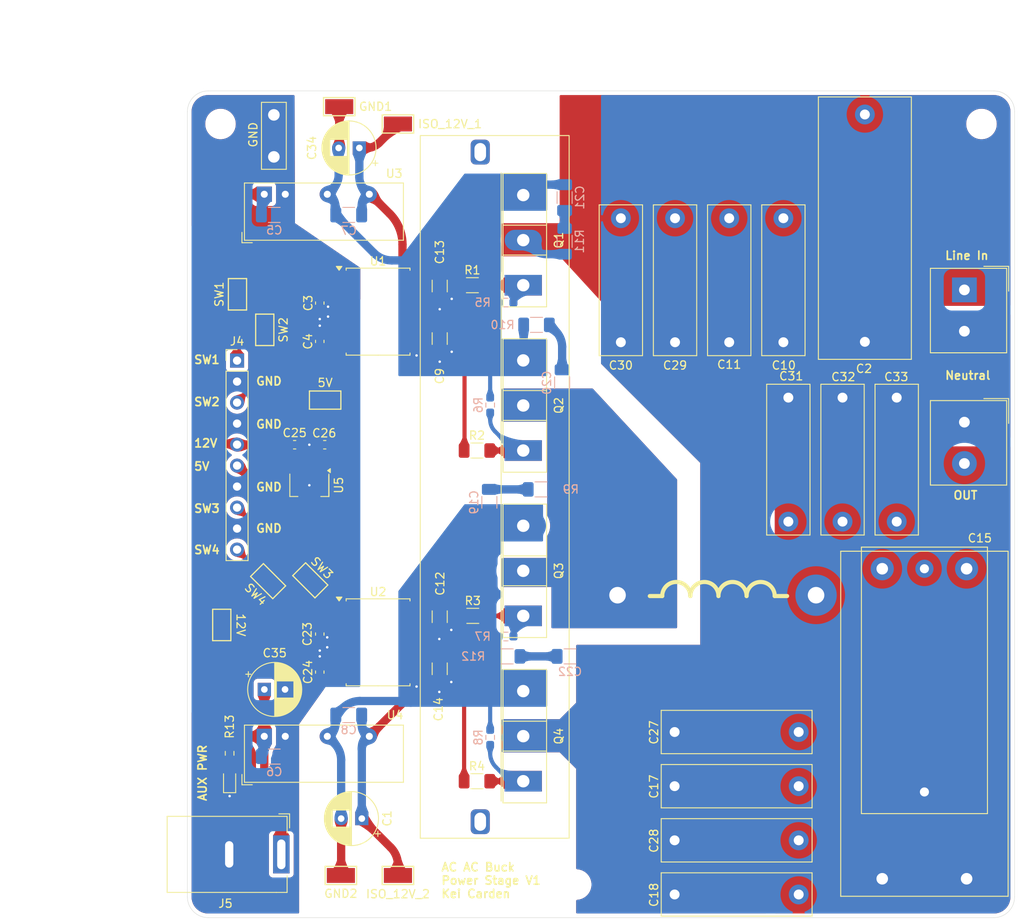
<source format=kicad_pcb>
(kicad_pcb (version 20240108) (generator "pcbnew") (generator_version "8.0")
  (layers (0 "F.Cu" signal) (31 "B.Cu" signal) (34 "B.Paste" user) (35 "F.Paste" user) (36 "B.SilkS" user "B.Silkscreen") (37 "F.SilkS" user "F.Silkscreen") (38 "B.Mask" user) (39 "F.Mask" user) (44 "Edge.Cuts" user))
  (net 0 "")
  (net 1 "GND")
  (net 2 "+12V")
  (net 3 "+5V")
  (net 4 "GND1")
  (net 5 "GND2")
  (net 6 "/Line")
  (net 7 "Net-(Q1-G)")
  (net 8 "Net-(Q2-G)")
  (net 9 "/SW-Node")
  (net 10 "Net-(Q3-G)")
  (net 11 "Net-(Q4-G)")
  (net 12 "/Neutral")
  (net 13 "/SW1")
  (net 14 "/SW2")
  (net 15 "/SW3")
  (net 16 "/SW4")
  (net 17 "/PWMB_2")
  (net 21 "/PWMA_2")
  (net 23 "/PWMA_1")
  (net 25 "/PWMB_1")
  (net 27 "Net-(C19-Pad1)")
  (net 28 "Net-(C20-Pad1)")
  (net 29 "Net-(C21-Pad1)")
  (net 30 "Net-(C22-Pad1)")
  (net 31 "/out")
  (net 32 "ISO_12V_1")
  (net 33 "ISO_12V_2")
  (net 34 "Net-(D1-A)")
  (footprint "Package_TO_SOT_SMD:SOT-89-3_Handsoldering" (layer "F.Cu") (at 120.8875 90.7 -90)
    (property "Reference" "U5")
    (property "Value" "L78L05_SOT89")
  )
  (footprint "Capacitor_SMD:C_1206_3216Metric_Pad1.33x1.80mm_HandSolder" (layer "F.Cu") (at 136.65 112.9 -90)
    (property "Reference" "C14")
    (property "Value" "1u")
  )
  (footprint "Capacitor_SMD:C_0603_1608Metric_Pad1.08x0.95mm_HandSolder" (layer "F.Cu") (at 122.15 108.7 -90)
    (property "Reference" "C23")
    (property "Value" "1u")
  )
  (footprint "Capacitor_THT:C_Rect_L18.0mm_W5.0mm_P15.00mm_FKS3_FKP3" (layer "F.Cu") (at 180.05 120.55 180)
    (property "Reference" "C27")
    (property "Value" "100n ")
  )
  (footprint "Resistor_SMD:R_1206_3216Metric_Pad1.30x1.75mm_HandSolder" (layer "F.Cu") (at 141.15 126.5)
    (property "Reference" "R4")
    (property "Value" "10R")
  )
  (footprint "TestPoint:TestPoint_Keystone_5015_Micro-Minature" (layer "F.Cu") (at 115.9 102.3 135)
    (property "Reference" "TP9" (hide yes))
    (property "Value" "SW4")
  )
  (footprint "Capacitor_THT:C_Rect_L18.0mm_W5.0mm_P15.00mm_FKS3_FKP3" (layer "F.Cu") (at 185.35 95.1 90)
    (property "Reference" "C32")
    (property "Value" "100n ")
  )
  (footprint "Capacitor_THT:C_Rect_L32.0mm_W15.0mm_P27.00mm" (layer "F.Cu") (at 195.25 100.8 -90)
    (property "Reference" "C16" (hide yes))
    (property "Value" "1u ~250V ")
  )
  (footprint "TestPoint:TestPoint_Keystone_5015_Micro-Minature" (layer "F.Cu") (at 122.8 80.4)
    (property "Reference" "TP6" (hide yes))
    (property "Value" "5V")
  )
  (footprint "Connector_PinHeader_2.54mm:PinHeader_1x10_P2.54mm_Vertical" (layer "F.Cu") (at 112.15 75.62)
    (property "Reference" "J4")
    (property "Value" "Control_Board_Conn")
  )
  (footprint "TestPoint:TestPoint_Keystone_5015_Micro-Minature" (layer "F.Cu") (at 131.6 137.9)
    (property "Reference" "TP5" (hide yes))
    (property "Value" "ISO_12V_2")
  )
  (footprint "MountingHole:MountingHole_3.2mm_M3_DIN965" (layer "F.Cu") (at 110.15 47)
    (property "Reference" "H1" (hide yes))
    (property "Value" "MountingHole")
  )
  (footprint "Capacitor_THT:CP_Radial_D6.3mm_P2.50mm" (layer "F.Cu") (at 127.23238 131.02119 180)
    (property "Reference" "C1")
    (property "Value" "100u")
  )
  (footprint "TestPoint:TestPoint_2Pads_Pitch5.08mm_Drill1.3mm" (layer "F.Cu") (at 116.6 50.98 90)
    (property "Reference" "TP11" (hide yes))
    (property "Value" "GND")
  )
  (footprint "Capacitor_THT:C_Rect_L18.0mm_W5.0mm_P15.00mm_FKS3_FKP3" (layer "F.Cu") (at 171.65 58.4 -90)
    (property "Reference" "C11")
    (property "Value" "100n ")
  )
  (footprint "LED_SMD:LED_0603_1608Metric" (layer "F.Cu") (at 111.25 126.4 90)
    (property "Reference" "D1" (hide yes))
    (property "Value" "AUX PWR" (hide yes))
  )
  (footprint "TestPoint:TestPoint_Keystone_5015_Micro-Minature" (layer "F.Cu") (at 124.7 137.9)
    (property "Reference" "TP3" (hide yes))
    (property "Value" "GND2")
  )
  (footprint "Capacitor_SMD:C_0603_1608Metric_Pad1.08x0.95mm_HandSolder" (layer "F.Cu") (at 122.75 85.8 180)
    (property "Reference" "C26")
    (property "Value" "2u2")
  )
  (footprint "Connector_BarrelJack:BarrelJack_GCT_DCJ200-10-A_Horizontal" (layer "F.Cu") (at 117.5 135.35 -90)
    (property "Reference" "J5")
    (property "Value" "Jack-DC")
  )
  (footprint "Power-stage:IHL-Series" (layer "F.Cu") (at 122.15 57.95 90)
    (property "Reference" "U3")
    (property "Value" "IHL0212S15")
  )
  (footprint "TestPoint:TestPoint_Keystone_5015_Micro-Minature" (layer "F.Cu") (at 131.6 47)
    (property "Reference" "TP4" (hide yes))
    (property "Value" "ISO_12V_1")
  )
  (footprint "TestPoint:TestPoint_Keystone_5015_Micro-Minature" (layer "F.Cu") (at 121 102.2 135)
    (property "Reference" "TP10" (hide yes))
    (property "Value" "SW3")
  )
  (footprint "Capacitor_SMD:C_1206_3216Metric_Pad1.33x1.80mm_HandSolder" (layer "F.Cu") (at 136.65 72.955 -90)
    (property "Reference" "C9")
    (property "Value" "1u")
  )
  (footprint "Package_SO:SOIC-16W_7.5x10.3mm_P1.27mm" (layer "F.Cu") (at 129.2 109.7)
    (property "Reference" "U2")
    (property "Value" "UCC21520ADW")
  )
  (footprint "TestPoint:TestPoint_Keystone_5015_Micro-Minature" (layer "F.Cu") (at 124.5 44.9 180)
    (property "Reference" "TP2" (hide yes))
    (property "Value" "GND1")
  )
  (footprint "Capacitor_SMD:C_0603_1608Metric_Pad1.08x0.95mm_HandSolder" (layer "F.Cu") (at 119.1125 85.8)
    (property "Reference" "C25")
    (property "Value" "2u2")
  )
  (footprint "Capacitor_THT:C_Rect_L18.0mm_W5.0mm_P15.00mm_FKS3_FKP3" (layer "F.Cu") (at 180.05 127.1 180)
    (property "Reference" "C17")
    (property "Value" "100n ")
  )
  (footprint "Capacitor_THT:C_Rect_L18.0mm_W5.0mm_P15.00mm_FKS3_FKP3" (layer "F.Cu") (at 180.05 140.2 180)
    (property "Reference" "C18")
    (property "Value" "100n ")
  )
  (footprint "Capacitor_SMD:C_1206_3216Metric_Pad1.33x1.80mm_HandSolder" (layer "F.Cu") (at 136.65 106.6 -90)
    (property "Reference" "C12")
    (property "Value" "1u")
  )
  (footprint "MountingHole:MountingHole_3.2mm_M3_DIN965" (layer "F.Cu") (at 202.15 47)
    (property "Reference" "H2" (hide yes))
    (property "Value" "MountingHole")
  )
  (footprint "Package_TO_SOT_THT:TO-247-3_Vertical" (layer "F.Cu") (at 146.75 86.5 90)
    (property "Reference" "Q2")
    (property "Value" "Q_NMOS_GDS")
  )
  (footprint "Capacitor_THT:C_Rect_L18.0mm_W5.0mm_P15.00mm_FKS3_FKP3" (layer "F.Cu") (at 165.1 58.4 -90)
    (property "Reference" "C29")
    (property "Value" "100n ")
  )
  (footprint "Package_TO_SOT_THT:TO-247-3_Vertical" (layer "F.Cu") (at 146.75 106.5 90)
    (property "Reference" "Q3")
    (property "Value" "Q_NMOS_GDS")
  )
  (footprint "Capacitor_THT:C_Rect_L18.0mm_W5.0mm_P15.00mm_FKS3_FKP3" (layer "F.Cu") (at 180.05 133.65 180)
    (property "Reference" "C28")
    (property "Value" "100n ")
  )
  (footprint "Capacitor_SMD:C_0603_1608Metric_Pad1.08x0.95mm_HandSolder" (layer "F.Cu") (at 122.15 73.3 90)
    (property "Reference" "C4")
    (property "Value" "1u")
  )
  (footprint "Package_TO_SOT_THT:TO-247-3_Vertical" (layer "F.Cu") (at 146.75 126.5 90)
    (property "Reference" "Q4")
    (property "Value" "Q_NMOS_GDS")
  )
  (footprint "TestPoint:TestPoint_Keystone_5015_Micro-Minature" (layer "F.Cu") (at 110.3 107.6 90)
    (property "Reference" "TP1" (hide yes))
    (property "Value" "12V")
  )
  (footprint "Capacitor_THT:C_Rect_L18.0mm_W5.0mm_P15.00mm_FKS3_FKP3" (layer "F.Cu") (at 191.9 95.1 90)
    (property "Reference" "C33")
    (property "Value" "100n ")
  )
  (footprint "Capacitor_SMD:C_0603_1608Metric_Pad1.08x0.95mm_HandSolder" (layer "F.Cu") (at 122.15 113.3 90)
    (property "Reference" "C24")
    (property "Value" "1u")
  )
  (footprint "Capacitor_THT:C_Rect_L41.5mm_W20.0mm_P37.50mm_MKS4" (layer "F.Cu") (at 195.25 100.8 -90)
    (property "Reference" "C15")
    (property "Value" "1u ~250V ")
  )
  (footprint "Capacitor_THT:C_Rect_L18.0mm_W5.0mm_P15.00mm_FKS3_FKP3" (layer "F.Cu") (at 178.8 95.1 90)
    (property "Reference" "C31")
    (property "Value" "100n ")
  )
  (footprint "TestPoint:TestPoint_Keystone_5015_Micro-Minature" (layer "F.Cu") (at 115.5 71.9 90)
    (property "Reference" "TP8" (hide yes))
    (property "Value" "SW2")
  )
  (footprint "Omite-heatsink:Omite-heatsink" (layer "F.Cu") (at 143.8 90.9 90)
    (property "Reference" "HS1" (hide yes))
    (property "Value" "Heatsink")
  )
  (footprint "MountingHole:MountingHole_3.2mm_M3_DIN965" (layer "F.Cu") (at 153.15 139)
    (property "Reference" "H3" (hide yes))
    (property "Value" "MountingHole")
  )
  (footprint "Power-stage:IHL-Series" (layer "F.Cu") (at 122.15 123.52119 90)
    (property "Reference" "U4")
    (property "Value" "IHL0212S15")
  )
  (footprint "Capacitor_THT:C_Rect_L18.0mm_W5.0mm_P15.00mm_FKS3_FKP3" (layer "F.Cu") (at 158.55 58.4 -90)
    (property "Reference" "C30")
    (property "Value" "100n ")
  )
  (footprint "Resistor_SMD:R_1206_3216Metric_Pad1.30x1.75mm_HandSolder" (layer "F.Cu") (at 141.15 86.5)
    (property "Reference" "R2")
    (property "Value" "10R")
  )
  (footprint "Resistor_SMD:R_1206_3216Metric_Pad1.30x1.75mm_HandSolder" (layer "F.Cu") (at 140.6 66.5)
    (property "Reference" "R1")
    (property "Value" "10R")
  )
  (footprint "TestPoint:TestPoint_Keystone_5015_Micro-Minature" (layer "F.Cu") (at 112.2 67.6 90)
    (property "Reference" "TP7" (hide yes))
    (property "Value" "SW1")
  )
  (footprint "Capacitor_THT:C_Rect_L18.0mm_W5.0mm_P15.00mm_FKS3_FKP3" (layer "F.Cu") (at 178.2 58.4 -90)
    (property "Reference" "C10")
    (property "Value" "100n ")
  )
  (footprint "Capacitor_THT:CP_Radial_D6.3mm_P2.50mm" (layer "F.Cu") (at 115.45 115.4)
    (property "Reference" "C35")
    (property "Value" "100u")
  )
  (footprint "TerminalBlock_Altech:Altech_AK100_1x02_P5.00mm" (layer "F.Cu") (at 200.0825 83.0675 -90)
    (property "Reference" "J6" (hide yes))
    (property "Value" "Out")
  )
  (footprint "Capacitor_SMD:C_0603_1608Metric_Pad1.08x0.95mm_HandSolder" (layer "F.Cu") (at 122.15 68.6625 -90)
    (property "Reference" "C3")
    (property "Value" "1u")
  )
  (footprint "Capacitor_THT:CP_Radial_D6.3mm_P2.50mm" (layer "F.Cu") (at 126.93238 49.9 180)
    (property "Reference" "C34")
    (property "Value" "100u")
  )
  (footprint "Package_TO_SOT_THT:TO-247-3_Vertical" (layer "F.Cu") (at 146.75 66.5 90)
    (property "Reference" "Q1")
    (property "Value" "Q_NMOS_GDS")
  )
  (footprint "Resistor_SMD:R_1206_3216Metric_Pad1.30x1.75mm_HandSolder" (layer "F.Cu") (at 140.65 106.5)
    (property "Reference" "R3")
    (property "Value" "10R")
  )
  (footprint "Capacitor_THT:C_Rect_L31.5mm_W11.0mm_P27.50mm_MKS4" (layer "F.Cu") (at 188.05 45.85 -90)
    (property "Reference" "C2")
    (property "Value" "1u ~250V ")
  )
  (footprint "Capacitor_SMD:C_1206_3216Metric_Pad1.33x1.80mm_HandSolder" (layer "F.Cu") (at 136.65 66.6 -90)
    (property "Reference" "C13")
    (property "Value" "1u")
  )
  (footprint "TerminalBlock_Altech:Altech_AK100_1x02_P5.00mm" (layer "F.Cu") (at 200.0825 67.0675 -90)
    (property "Reference" "J3" (hide yes))
    (property "Value" "In")
  )
  (footprint "Package_SO:SOIC-16W_7.5x10.3mm_P1.27mm" (layer "F.Cu") (at 129.2 69.7)
    (property "Reference" "U1")
    (property "Value" "UCC21520ADW")
  )
  (footprint "Resistor_SMD:R_0603_1608Metric" (layer "F.Cu") (at 111.25 123.125 -90)
    (property "Reference" "R13")
    (property "Value" "2k2")
  )
  (footprint "Capacitor_SMD:C_1206_3216Metric_Pad1.33x1.80mm_HandSolder" (layer "B.Cu") (at 151.75 55.9 90)
    (property "Reference" "C21")
    (property "Value" "C")
  )
  (footprint "Capacitor_SMD:C_1206_3216Metric_Pad1.33x1.80mm_HandSolder" (layer "B.Cu") (at 125.65 58 180)
    (property "Reference" "C7")
    (property "Value" "1u")
  )
  (footprint "Capacitor_SMD:C_1206_3216Metric_Pad1.33x1.80mm_HandSolder" (layer "B.Cu") (at 125.65 118.5 180)
    (property "Reference" "C8")
    (property "Value" "1u")
  )
  (footprint "Resistor_SMD:R_1206_3216Metric_Pad1.30x1.75mm_HandSolder" (layer "B.Cu") (at 148.35 71.3)
    (property "Reference" "R10")
    (property "Value" "R")
  )
  (footprint "Resistor_SMD:R_0603_1608Metric_Pad0.98x0.95mm_HandSolder" (layer "B.Cu") (at 142.75 81 -90)
    (property "Reference" "R6")
    (property "Value" "10k")
  )
  (footprint "Capacitor_SMD:C_1206_3216Metric_Pad1.33x1.80mm_HandSolder" (layer "B.Cu") (at 152.4 111.4)
    (property "Reference" "C22")
    (property "Value" "C")
  )
  (footprint "Capacitor_SMD:C_1206_3216Metric_Pad1.33x1.80mm_HandSolder" (layer "B.Cu") (at 116.65 58)
    (property "Reference" "C5")
    (property "Value" "1u")
  )
  (footprint "Capacitor_SMD:C_1206_3216Metric_Pad1.33x1.80mm_HandSolder" (layer "B.Cu") (at 116.65 123.52119)
    (property "Reference" "C6")
    (property "Value" "1u")
  )
  (footprint "Resistor_SMD:R_1206_3216Metric_Pad1.30x1.75mm_HandSolder" (layer "B.Cu") (at 151.75 61.2 90)
    (property "Reference" "R11")
    (property "Value" "R")
  )
  (footprint "Resistor_SMD:R_1206_3216Metric_Pad1.30x1.75mm_HandSolder" (layer "B.Cu") (at 148.9 91.2 180)
    (property "Reference" "R9")
    (property "Value" "R")
  )
  (footprint "Resistor_SMD:R_0603_1608Metric_Pad0.98x0.95mm_HandSolder" (layer "B.Cu") (at 144.65 68.6 180)
    (property "Reference" "R5")
    (property "Value" "10k")
  )
  (footprint "Capacitor_SMD:C_1206_3216Metric_Pad1.33x1.80mm_HandSolder" (layer "B.Cu") (at 151.45 78.3 -90)
    (property "Reference" "C20")
    (property "Value" "C")
  )
  (footprint "Resistor_SMD:R_0603_1608Metric_Pad0.98x0.95mm_HandSolder" (layer "B.Cu") (at 144.65 109 180)
    (property "Reference" "R7")
    (property "Value" "10k")
  )
  (footprint "Capacitor_SMD:C_1206_3216Metric_Pad1.33x1.80mm_HandSolder" (layer "B.Cu") (at 142.65 92.7625 -90)
    (property "Reference" "C19")
    (property "Value" "C")
  )
  (footprint "Resistor_SMD:R_0603_1608Metric_Pad0.98x0.95mm_HandSolder" (layer "B.Cu") (at 142.75 121.2 -90)
    (property "Reference" "R8")
    (property "Value" "10k")
  )
  (footprint "Resistor_SMD:R_1206_3216Metric_Pad1.30x1.75mm_HandSolder" (layer "B.Cu") (at 144.8 111.4)
    (property "Reference" "R12")
    (property "Value" "R")
  )
  (gr_line (start 162.05 104.1) (end 163.55 104.1) (stroke (width 0.5)) (layer "F.SilkS"))
  (gr_arc (start 166.95 104.1) (mid 168.65 102.4) (end 170.35 104.1) (stroke (width 0.5)) (layer "F.SilkS"))
  (gr_arc (start 163.55 104.1) (mid 165.25 102.4) (end 166.95 104.1) (stroke (width 0.5)) (layer "F.SilkS"))
  (gr_arc (start 173.75 104.1) (mid 175.45 102.4) (end 177.15 104.1) (stroke (width 0.5)) (layer "F.SilkS"))
  (gr_arc (start 170.35 104.1) (mid 172.05 102.4) (end 173.75 104.1) (stroke (width 0.5)) (layer "F.SilkS"))
  (gr_line (start 177.15 104.1) (end 178.65 104.1) (stroke (width 0.5)) (layer "F.SilkS"))
  (gr_arc (start 203.65 43) (mid 205.417767 43.732233) (end 206.15 45.5) (stroke (width 0.05)) (layer "Edge.Cuts"))
  (gr_line (start 106.15 140.5) (end 106.15 45.5) (stroke (width 0.05)) (layer "Edge.Cuts"))
  (gr_line (start 206.15 45.5) (end 206.15 140.5) (stroke (width 0.05)) (layer "Edge.Cuts"))
  (gr_arc (start 106.15 45.5) (mid 106.882233 43.732233) (end 108.65 43) (stroke (width 0.05)) (layer "Edge.Cuts"))
  (gr_line (start 108.65 43) (end 203.65 43) (stroke (width 0.05)) (layer "Edge.Cuts"))
  (gr_line (start 203.65 143) (end 108.65 143) (stroke (width 0.05)) (layer "Edge.Cuts"))
  (gr_arc (start 206.15 140.5) (mid 205.417767 142.267767) (end 203.65 143) (stroke (width 0.05)) (layer "Edge.Cuts"))
  (gr_arc (start 108.65 143) (mid 106.882233 142.267767) (end 106.15 140.5) (stroke (width 0.05)) (layer "Edge.Cuts"))
  (gr_text "Neutral" (at 197.65 78 0) (layer "F.SilkS") (effects (font (size 1 1) (thickness 0.2) (bold yes)) (justify left bottom)))
  (gr_text "GND" (at 114.35 78.7 0) (layer "F.SilkS") (effects (font (size 1 1) (thickness 0.2) (bold yes)) (justify left bottom)))
  (gr_text "AC AC Buck\nPower Stage V1\nKei Carden" (at 136.75 140.7 0) (layer "F.SilkS") (effects (font (size 1 1) (thickness 0.2) (bold yes)) (justify left bottom)))
  (gr_text "SW3" (at 106.85 94.1 0) (layer "F.SilkS") (effects (font (size 1 1) (thickness 0.2) (bold yes)) (justify left bottom)))
  (gr_text "GND" (at 114.35 91.5 0) (layer "F.SilkS") (effects (font (size 1 1) (thickness 0.2) (bold yes)) (justify left bottom)))
  (gr_text "AUX PWR" (at 108.55 129 90) (layer "F.SilkS") (effects (font (size 1 1) (thickness 0.2) (bold yes)) (justify left bottom)))
  (gr_text "5V\n" (at 106.85 89 0) (layer "F.SilkS") (effects (font (size 1 1) (thickness 0.2) (bold yes)) (justify left bottom)))
  (gr_text "SW4" (at 106.85 99.1 0) (layer "F.SilkS") (effects (font (size 1 1) (thickness 0.2) (bold yes)) (justify left bottom)))
  (gr_text "OUT" (at 198.65 92.5 0) (layer "F.SilkS") (effects (font (size 1 1) (thickness 0.2) (bold yes)) (justify left bottom)))
  (gr_text "SW2" (at 106.85 81.2 0) (layer "F.SilkS") (effects (font (size 1 1) (thickness 0.2) (bold yes)) (justify left bottom)))
  (gr_text "GND" (at 114.35 83.9 0) (layer "F.SilkS") (effects (font (size 1 1) (thickness 0.2) (bold yes)) (justify left bottom)))
  (gr_text "SW1" (at 106.85 76.1 0) (layer "F.SilkS") (effects (font (size 1 1) (thickness 0.2) (bold yes)) (justify left bottom)))
  (gr_text "12V" (at 106.85 86.2 0) (layer "F.SilkS") (effects (font (size 1 1) (thickness 0.2) (bold yes)) (justify left bottom)))
  (gr_text "Line In" (at 197.65 63.5 0) (layer "F.SilkS") (effects (font (size 1 1) (thickness 0.2) (bold yes)) (justify left bottom)))
  (gr_text "GND" (at 114.35 96.5 0) (layer "F.SilkS") (effects (font (size 1 1) (thickness 0.2) (bold yes)) (justify left bottom)))
  (segment (start 120.8875 85.8) (end 120.8875 88.3375) (width 0.9) (layer "F.Cu") (net 1))
  (segment (start 124.515 110.3) (end 124.55 110.335) (width 0.5) (layer "F.Cu") (net 1))
  (segment (start 120.8875 85.8) (end 121.8875 85.8) (width 0.9) (layer "F.Cu") (net 1))
  (segment (start 117.95 121.019976) (end 117.95 115.4) (width 1) (layer "F.Cu") (net 1))
  (segment (start 124.515 69.1) (end 124.55 69.065) (width 0.5) (layer "F.Cu") (net 1))
  (segment (start 124.515 70.3) (end 124.55 70.335) (width 0.5) (layer "F.Cu") (net 1))
  (segment (start 120.8875 85.8) (end 119.975 85.8) (width 0.9) (layer "F.Cu") (net 1))
  (segment (start 117.965 121.05619) (end 117.98 121.07119) (width 1) (layer "F.Cu") (net 1))
  (segment (start 124.515 109.1) (end 124.55 109.065) (width 0.5) (layer "F.Cu") (net 1))
  (via (at 122.15 111.4) (size 0.6) (drill 0.3) (layers "F.Cu" "B.Cu") (net 1))
  (via (at 122.15 70.6) (size 0.6) (drill 0.3) (layers "F.Cu" "B.Cu") (net 1))
  (via (at 120.8875 90.7) (size 0.6) (drill 0.3) (layers "F.Cu" "B.Cu") (net 1))
  (via (at 122.15 71.4) (size 0.6) (drill 0.3) (layers "F.Cu" "B.Cu") (net 1))
  (via (at 111.25 128.3) (size 0.6) (drill 0.3) (layers "F.Cu" "B.Cu") (net 1))
  (via (at 123.15 70.3) (size 0.6) (drill 0.3) (layers "F.Cu" "B.Cu") (net 1))
  (via (at 123.05 109.1) (size 0.6) (drill 0.3) (layers "F.Cu" "B.Cu") (net 1))
  (via (at 123.05 110.3) (size 0.6) (drill 0.3) (layers "F.Cu" "B.Cu") (net 1))
  (via (at 122.15 110.7) (size 0.6) (drill 0.3) (layers "F.Cu" "B.Cu") (net 1))
  (via (at 123.15 69.1) (size 0.6) (drill 0.3) (layers "F.Cu" "B.Cu") (net 1))
  (via (at 120.8875 85.8) (size 0.6) (drill 0.3) (layers "F.Cu" "B.Cu") (net 1))
  (arc (start 117.95 121.019976) (mid 117.953898 121.039575) (end 117.965 121.05619) (width 1) (layer "F.Cu") (net 1))
  (segment (start 107.75 85.05) (end 107.75 85.358578) (width 1) (layer "F.Cu") (net 2))
  (segment (start 110.685595 121.07119) (end 111.814405 121.07119) (width 1) (layer "F.Cu") (net 2))
  (segment (start 107.75 107.77071) (end 107.75 107.629289) (width 1) (layer "F.Cu") (net 2))
  (segment (start 118.714038 87.576538) (end 119.3875 88.25) (width 0.9) (layer "F.Cu") (net 2))
  (segment (start 112.013431 85.7) (end 108.091421 85.7) (width 1) (layer "F.Cu") (net 2))
  (segment (start 112.11 85.74) (end 112.15 85.78) (width 1) (layer "F.Cu") (net 2))
  (segment (start 117.5 130.806639) (end 117.5 135.35) (width 1) (layer "F.Cu") (net 2))
  (segment (start 107.75 109.55) (end 107.75 110.65) (width 1) (layer "F.Cu") (net 2))
  (segment (start 107.75 85.05) (end 107.75 86.05) (width 1) (layer "F.Cu") (net 2))
  (segment (start 109.722095 120.672095) (end 108.935595 119.885595) (width 1) (layer "F.Cu") (net 2))
  (segment (start 107.75 86.05) (end 107.75 88.95) (width 1) (layer "F.Cu") (net 2))
  (segment (start 107.75 110.65) (end 107.75 117.023315) (width 1) (layer "F.Cu") (net 2))
  (segment (start 107.75 108.45) (end 107.75 109.55) (width 1) (layer "F.Cu") (net 2))
  (segment (start 118.25 86.45625) (end 118.25 85.8) (width 0.9) (layer "F.Cu") (net 2))
  (segment (start 115.44 115.417071) (end 115.44 121.07119) (width 1) (layer "F.Cu") (net 2))
  (segment (start 111.25 121.635595) (end 111.25 122.3) (width 0.5) (layer "F.Cu") (net 2))
  (segment (start 107.75 108.45) (end 107.75 107.77071) (width 1) (layer "F.Cu") (net 2))
  (segment (start 107.75 84.15) (end 107.75 85.05) (width 1) (layer "F.Cu") (net 2))
  (segment (start 107.75 85.05) (end 107.75 84.15) (width 1) (layer "F.Cu") (net 2))
  (segment (start 107.75 84.15) (end 107.75 60.62132) (width 1) (layer "F.Cu") (net 2))
  (segment (start 107.92071 107.6) (end 110.3 107.6) (width 1) (layer "F.Cu") (net 2))
  (segment (start 107.75 107.629289) (end 107.75 88.95) (width 1) (layer "F.Cu") (net 2))
  (segment (start 115.445 115.405) (end 115.45 115.4) (width 1) (layer "F.Cu") (net 2))
  (segment (start 118.25 85.8) (end 112.2025 85.8) (width 1) (layer "F.Cu") (net 2))
  (segment (start 111.814405 121.07119) (end 115.44 121.07119) (width 1) (layer "F.Cu") (net 2))
  (segment (start 112.87132 55.5) (end 115.44 55.5) (width 1) (layer "F.Cu") (net 2))
  (segment (start 115.44 125.83336) (end 115.44 121.07119) (width 1) (layer "F.Cu") (net 2))
  (arc (start 107.92071 107.6) (mid 107.855382 107.612994) (end 107.8 107.65) (width 1) (layer "F.Cu") (net 2))
  (arc (start 116.47 128.32) (mid 117.232311 129.460879) (end 117.5 130.806639) (width 1) (layer "F.Cu") (net 2))
  (arc (start 115.44 125.83336) (mid 115.707688 127.179119) (end 116.47 128.32) (width 1) (layer "F.Cu") (net 2))
  (arc (start 107.75 85.05) (mid 107.75 85.05) (end 107.75 85.05) (width 1) (layer "F.Cu") (net 2))
  (arc (start 112.11 85.74) (mid 112.065693 85.710395) (end 112.013431 85.7) (width 1) (layer "F.Cu") (net 2))
  (arc (start 107.75 85.358578) (mid 107.775989 85.489234) (end 107.85 85.6) (width 1) (layer "F.Cu") (net 2))
  (arc (start 118.25 86.45625) (mid 118.370599 87.062545) (end 118.714038 87.576538) (width 0.9) (layer "F.Cu") (net 2))
  (arc (start 107.75 117.023315) (mid 108.058126 118.572369) (end 108.935595 119.885595) (width 1) (layer "F.Cu") (net 2))
  (arc (start 112.87132 55.5) (mid 110.911475 55.889837) (end 109.25 57) (width 1) (layer "F.Cu") (net 2))
  (arc (start 115.445 115.405) (mid 115.441299 115.410538) (end 115.44 115.417071) (width 1) (layer "F.Cu") (net 2))
  (arc (start 107.8 107.65) (mid 107.762994 107.705382) (end 107.75 107.77071) (width 1) (layer "F.Cu") (net 2))
  (arc (start 111.25 121.635595) (mid 111.084689 121.2365) (end 110.685595 121.07119) (width 0.5) (layer "F.Cu") (net 2))
  (arc (start 109.25 57) (mid 108.139837 58.661475) (end 107.75 60.62132) (width 1) (layer "F.Cu") (net 2))
  (arc (start 109.722095 120.672095) (mid 110.164152 120.967468) (end 110.685595 121.07119) (width 1) (layer "F.Cu") (net 2))
  (arc (start 111.814405 121.07119) (mid 111.41531 121.2365) (end 111.25 121.635595) (width 1) (layer "F.Cu") (net 2))
  (arc (start 107.75 107.629289) (mid 107.76808 107.656349) (end 107.8 107.65) (width 1) (layer "F.Cu") (net 2))
  (arc (start 107.85 85.6) (mid 107.960764 85.67401) (end 108.091421 85.7) (width 1) (layer "F.Cu") (net 2))
  (segment (start 115.44 122.919434) (end 115.44 121.07119) (width 1) (layer "B.Cu") (net 2))
  (segment (start 115.0875 56.118826) (end 115.0875 58) (width 1) (layer "B.Cu") (net 2))
  (segment (start 115.26875 55.68125) (end 115.45 55.5) (width 1) (layer "B.Cu") (net 2))
  (segment (start 115.26375 123.34494) (end 115.0875 123.52119) (width 1) (layer "B.Cu") (net 2))
  (arc (start 115.26875 55.68125) (mid 115.134605 55.882011) (end 115.0875 56.118826) (width 1) (layer "B.Cu") (net 2))
  (arc (start 115.44 122.919434) (mid 115.394194 123.149716) (end 115.26375 123.34494) (width 1) (layer "B.Cu") (net 2))
  (segment (start 126.15 94.65) (end 126.15 93.95) (width 1) (layer "F.Cu") (net 3))
  (segment (start 126.15 80.229289) (end 126.15 80.37071) (width 1) (layer "F.Cu") (net 3))
  (segment (start 126.15 93.95) (end 126.15 94.65) (width 1) (layer "F.Cu") (net 3))
  (segment (start 124.477447 107.8375) (end 122.25 107.8375) (width 0.5) (layer "F.Cu") (net 3))
  (segment (start 123.179397 87.458102) (end 122.3875 88.25) (width 0.9) (layer "F.Cu") (net 3))
  (segment (start 124.562374 114.145) (end 125.561048 114.145) (width 0.5) (layer "F.Cu") (net 3))
  (segment (start 125.979289 80.4) (end 122.8 80.4) (width 1) (layer "F.Cu") (net 3))
  (segment (start 123.6125 85.8) (end 126.1375 85.8) (width 1) (layer "F.Cu") (net 3))
  (segment (start 126.15 75.75) (end 126.15 80.229289) (width 1) (layer "F.Cu") (net 3))
  (segment (start 126.15 105.6475) (end 126.15 101.3525) (width 0.5) (layer "F.Cu") (net 3))
  (segment (start 123.6125 85.8) (end 123.6125 86.4125) (width 0.9) (layer "F.Cu") (net 3))
  (segment (start 124.553535 67.795) (end 125.168411 67.795) (width 0.5) (layer "F.Cu") (net 3))
  (segment (start 125.35 107.795) (end 124.580052 107.795) (width 0.5) (layer "F.Cu") (net 3))
  (segment (start 126.15 101.3525) (end 126.15 103.8) (width 1) (layer "F.Cu") (net 3))
  (segment (start 126.137744 76.487744) (end 126.137744 74.782745) (width 0.5) (layer "F.Cu") (net 3))
  (segment (start 126.15 103.8) (end 126.15 105.6475) (width 0.5) (layer "F.Cu") (net 3))
  (segment (start 126.141464 111.605) (end 124.55 111.605) (width 0.5) (layer "F.Cu") (net 3))
  (segment (start 126.15 88.4) (end 126.15 93.95) (width 1) (layer "F.Cu") (net 3))
  (segment (start 126.15 71.596464) (end 126.15 71.603535) (width 0.5) (layer "F.Cu") (net 3))
  (segment (start 126.15 94.65) (end 126.15 94.858578) (width 1) (layer "F.Cu") (net 3))
  (segment (start 126.15 71.603535) (end 126.15 76.5) (width 0.5) (layer "F.Cu") (net 3))
  (segment (start 126.141464 71.605) (end 124.55 71.605) (width 0.5) (layer "F.Cu") (net 3))
  (segment (start 126.15 94.65) (end 126.15 101.3525) (width 1) (layer "F.Cu") (net 3))
  (segment (start 126.15 76.5) (end 126.137744 76.487744) (width 0.5) (layer "F.Cu") (net 3))
  (segment (start 126.15 83.6) (end 126.15 86) (width 1) (layer "F.Cu") (net 3))
  (segment (start 124.320125 74.1625) (end 122.15 74.1625) (width 0.5) (layer "F.Cu") (net 3))
  (segment (start 112.177071 88.327071) (end 112.16 88.32) (width 1) (layer "F.Cu") (net 3))
  (segment (start 124.520125 114.1625) (end 122.25 114.1625) (width 0.5) (layer "F.Cu") (net 3))
  (segment (start 126.15 111.596464) (end 126.15 111.603535) (width 0.5) (layer "F.Cu") (net 3))
  (segment (start 126.148676 103.801324) (end 126.148676 107.073663) (width 0.5) (layer "F.Cu") (net 3))
  (segment (start 126.15 103.8) (end 126.148676 103.801324) (width 0.5) (layer "F.Cu") (net 3))
  (segment (start 126.15 111.596464) (end 126.15 105.6475) (width 0.5) (layer "F.Cu") (net 3))
  (segment (start 125.35 74.145) (end 124.55 74.145) (width 0.5) (layer "F.Cu") (net 3))
  (segment (start 112.16 88.32) (end 112.15 88.32) (width 1) (layer "F.Cu") (net 3))
  (segment (start 117.456207 93.606207) (end 112.177071 88.327071) (width 1) (layer "F.Cu") (net 3))
  (segment (start 126.147184 94.925931) (end 126.147184 94.952816) (width 1) (layer "F.Cu") (net 3))
  (segment (start 126.15 83.6) (end 126.15 80.37071) (width 1) (layer "F.Cu") (net 3))
  (segment (start 124.34125 74.15375) (end 124.35 74.145) (width 0.5) (layer "F.Cu") (net 3))
  (segment (start 125.9 95.2) (end 121.303963 95.2) (width 1) (layer "F.Cu") (net 3))
  (segment (start 124.541464 67.8) (end 122.15 67.8) (width 0.5) (layer "F.Cu") (net 3))
  (segment (start 126.15 113.556048) (end 126.15 111.603535) (width 0.5) (layer "F.Cu") (net 3))
  (segment (start 126.15 68.776588) (end 126.15 71.596464) (width 0.5) (layer "F.Cu") (net 3))
  (segment (start 126.147184 94.952816) (end 125.9 95.2) (width 1) (layer "F.Cu") (net 3))
  (segment (start 126.15 86) (end 126.15 88.4) (width 1) (layer "F.Cu") (net 3))
  (arc (start 125.9775 113.9725) (mid 125.78643 114.100168) (end 125.561048 114.145) (width 0.5) (layer "F.Cu") (net 3))
  (arc (start 124.34125 74.15375) (mid 124.331557 74.160225) (end 124.320125 74.1625) (width 0.5) (layer "F.Cu") (net 3))
  (arc (start 124.553535 67.795) (mid 124.550268 67.795649) (end 124.5475 67.7975) (width 0.5) (layer "F.Cu") (net 3))
  (arc (start 124.580052 107.795) (mid 124.552287 107.800522) (end 124.52875 107.81625) (width 0.5) (layer "F.Cu") (net 3))
  (arc (start 126.1475 111.6025) (mid 126.14935 111.59973) (end 126.15 111.596464) (width 0.5) (layer "F.Cu") (net 3))
  (arc (start 126.1 80.35) (mid 126.044617 80.387005) (end 125.979289 80.4) (width 1) (layer "F.Cu") (net 3))
  (arc (start 126.15 113.556048) (mid 126.105168 113.78143) (end 125.9775 113.9725) (width 0.5) (layer "F.Cu") (net 3))
  (arc (start 126.1475 71.6025) (mid 126.14473 71.60435) (end 126.141464 71.605) (width 0.5) (layer "F.Cu") (net 3))
  (arc (start 123.6125 86.4125) (mid 123.49994 86.978375) (end 123.179397 87.458102) (width 0.9) (layer "F.Cu") (net 3))
  (arc (start 124.52875 107.81625) (mid 124.505212 107.831977) (end 124.477447 107.8375) (width 0.5) (layer "F.Cu") (net 3))
  (arc (start 126.15 111.603535) (mid 126.149095 111.602182) (end 126.1475 111.6025) (width 0.5) (layer "F.Cu") (net 3))
  (arc (start 125.862499 68.0825) (mid 125.544049 67.869718) (end 125.168411 67.795) (width 0.5) (layer "F.Cu") (net 3))
  (arc (start 126.148676 107.073663) (mid 125.887247 107.587761) (end 125.35 107.795) (width 0.5) (layer "F.Cu") (net 3))
  (arc (start 126.15 94.65) (mid 126.15 94.65) (end 126.15 94.65) (width 1) (layer "F.Cu") (net 3))
  (arc (start 126.137744 74.782745) (mid 125.85564 74.325184) (end 125.35 74.145) (width 0.5) (layer "F.Cu") (net 3))
  (arc (start 125.862499 68.0825) (mid 126.07528 68.40095) (end 126.15 68.776588) (width 0.5) (layer "F.Cu") (net 3))
  (arc (start 124.54125 114.15375) (mid 124.531557 114.160225) (end 124.520125 114.1625) (width 0.5) (layer "F.Cu") (net 3))
  (arc (start 126.1475 71.6025) (mid 126.14935 71.59973) (end 126.15 71.596464) (width 0.5) (layer "F.Cu") (net 3))
  (arc (start 126.1 80.35) (mid 126.137005 80.294617) (end 126.15 80.229289) (width 1) (layer "F.Cu") (net 3))
  (arc (start 121.303963 95.2) (mid 119.221572 94.785786) (end 117.456207 93.606207) (width 1) (layer "F.Cu") (net 3))
  (arc (start 126.15 94.858578) (mid 126.148358 94.892044) (end 126.147184 94.925931) (width 1) (layer "F.Cu") (net 3))
  (arc (start 124.562374 114.145) (mid 124.550941 114.147274) (end 124.54125 114.15375) (width 0.5) (layer "F.Cu") (net 3))
  (arc (start 124.5475 67.7975) (mid 124.54473 67.79935) (end 124.541464 67.8) (width 0.5) (layer "F.Cu") (net 3))
  (arc (start 126.15 71.603535) (mid 126.149095 71.602182) (end 126.1475 71.6025) (width 0.5) (layer "F.Cu") (net 3))
  (arc (start 126.1475 111.6025) (mid 126.14473 111.60435) (end 126.141464 111.605) (width 0.5) (layer "F.Cu") (net 3))
  (arc (start 126.15 80.37071) (mid 126.131919 80.34365) (end 126.1 80.35) (width 1) (layer "F.Cu") (net 3))
  (segment (start 124.46619 49.86619) (end 124.43238 49.9) (width 1) (layer "F.Cu") (net 4))
  (segment (start 136.022638 67.795) (end 134 67.795) (width 0.5) (layer "F.Cu") (net 4))
  (segment (start 136.63125 74.49875) (end 136.66875 74.53625) (width 0.5) (layer "F.Cu") (net 4))
  (segment (start 136.014102 74.145) (end 134 74.145) (width 0.5) (layer "F.Cu") (net 4))
  (segment (start 136.65 75.755) (end 136.65 74.544016) (width 0.5) (layer "F.Cu") (net 4))
  (segment (start 133.85 75) (end 133.85 74.145) (width 0.5) (layer "F.Cu") (net 4))
  (segment (start 138.1 74.555) (end 136.714016 74.555) (width 0.5) (layer "F.Cu") (net 4))
  (segment (start 136.46375 74.33125) (end 136.63125 74.49875) (width 0.5) (layer "F.Cu") (net 4))
  (segment (start 124.5 49.784565) (end 124.5 44.9) (width 1) (layer "F.Cu") (net 4))
  (segment (start 138.1 68.155) (end 136.662803 68.155) (width 0.5) (layer "F.Cu") (net 4))
  (segment (start 136.65 68.167803) (end 136.65 69.405) (width 0.5) (layer "F.Cu") (net 4))
  (segment (start 136.64625 68.15875) (end 136.46625 67.97875) (width 0.5) (layer "F.Cu") (net 4))
  (via (at 138.1 74.555) (size 0.6) (drill 0.3) (layers "F.Cu" "B.Cu") (net 4))
  (via (at 138.1 68.155) (size 0.6) (drill 0.3) (layers "F.Cu" "B.Cu") (net 4))
  (via (at 133.85 75) (size 0.6) (drill 0.3) (layers "F.Cu" "B.Cu") (net 4))
  (via (at 136.65 69.405) (size 0.6) (drill 0.3) (layers "F.Cu" "B.Cu") (net 4))
  (via (at 136.65 75.755) (size 0.6) (drill 0.3) (layers "F.Cu" "B.Cu") (net 4))
  (arc (start 136.66875 74.53625) (mid 136.65678 74.533868) (end 136.65 74.544016) (width 0.5) (layer "F.Cu") (net 4))
  (arc (start 136.65 68.167803) (mid 136.649025 68.162903) (end 136.64625 68.15875) (width 0.5) (layer "F.Cu") (net 4))
  (arc (start 136.65 74.544016) (mid 136.645127 74.519518) (end 136.63125 74.49875) (width 0.5) (layer "F.Cu") (net 4))
  (arc (start 136.46625 67.97875) (mid 136.262719 67.842755) (end 136.022638 67.795) (width 0.5) (layer "F.Cu") (net 4))
  (arc (start 124.5 49.784565) (mid 124.491213 49.82874) (end 124.46619 49.86619) (width 1) (layer "F.Cu") (net 4))
  (arc (start 136.66875 74.53625) (mid 136.689518 74.550127) (end 136.714016 74.555) (width 0.5) (layer "F.Cu") (net 4))
  (arc (start 136.65375 68.15875) (mid 136.650974 68.162903) (end 136.65 68.167803) (width 0.5) (layer "F.Cu") (net 4))
  (arc (start 136.64625 68.15875) (mid 136.65 68.160303) (end 136.65375 68.15875) (width 0.5) (layer "F.Cu") (net 4))
  (arc (start 136.662803 68.155) (mid 136.657903 68.155974) (end 136.65375 68.15875) (width 0.5) (layer "F.Cu") (net 4))
  (arc (start 136.46375 74.33125) (mid 136.257449 74.193404) (end 136.014102 74.145) (width 0.5) (layer "F.Cu") (net 4))
  (segment (start 148.905222 54.3375) (end 151.75 54.3375) (width 1) (layer "B.Cu") (net 4))
  (segment (start 147.38125 54.96875) (end 146.75 55.6) (width 1) (layer "B.Cu") (net 4))
  (segment (start 142.75 80.0875) (end 142.75 77) (width 0.5) (layer "B.Cu") (net 4))
  (segment (start 123.74619 54.81381) (end 123.06 55.5) (width 1) (layer "B.Cu") (net 4))
  (segment (start 124.43238 53.1572) (end 124.43238 49.9) (width 1) (layer "B.Cu") (net 4))
  (segment (start 146.775 75.575) (end 146.75 75.6) (width 1) (layer "B.Cu") (net 4))
  (segment (start 130.86875 63.5) (end 132.15 63.5) (width 1) (layer "B.Cu") (net 4))
  (segment (start 124.0875 57.254052) (end 124.0875 58) (width 1) (layer "B.Cu") (net 4))
  (segment (start 128.681519 62.594019) (end 124.0875 58) (width 1) (layer "B.Cu") (net 4))
  (segment (start 146.8 75.514644) (end 146.8 71.3) (width 1) (layer "B.Cu") (net 4))
  (segment (start 123.57375 56.01375) (end 123.06 55.5) (width 1) (layer "B.Cu") (net 4))
  (arc (start 128.681519 62.594019) (mid 129.685029 63.264543) (end 130.86875 63.5) (width 1) (layer "B.Cu") (net 4))
  (arc (start 123.57375 56.01375) (mid 123.95398 56.582805) (end 124.0875 57.254052) (width 1) (layer "B.Cu") (net 4))
  (arc (start 124.43238 53.1572) (mid 124.254045 54.053751) (end 123.74619 54.81381) (width 1) (layer "B.Cu") (net 4))
  (arc (start 146.8 75.514644) (mid 146.793502 75.547308) (end 146.775 75.575) (width 1) (layer "B.Cu") (net 4))
  (arc (start 148.905222 54.3375) (mid 148.080454 54.501556) (end 147.38125 54.96875) (width 1) (layer "B.Cu") (net 4))
  (segment (start 136.58125 108.14375) (end 136.61875 108.18125) (width 0.5) (layer "F.Cu") (net 5))
  (segment (start 136.6 115.7) (end 136.6 114.489016) (width 0.5) (layer "F.Cu") (net 5))
  (segment (start 136.664016 108.2) (end 138.05 108.2) (width 0.5) (layer "F.Cu") (net 5))
  (segment (start 124.73238 137.844723) (end 124.73238 131.02119) (width 1) (layer "F.Cu") (net 5))
  (segment (start 124.71619 137.88381) (end 124.7 137.9) (width 1) (layer "F.Cu") (net 5))
  (segment (start 135.972638 107.795) (end 133.85 107.795) (width 0.5) (layer "F.Cu") (net 5))
  (segment (start 136.58125 114.44375) (end 136.61875 114.48125) (width 0.5) (layer "F.Cu") (net 5))
  (segment (start 136.057993 114.145) (end 133.85 114.145) (width 0.5) (layer "F.Cu") (net 5))
  (segment (start 136.6 108.189016) (end 136.6 109.3) (width 0.5) (layer "F.Cu") (net 5))
  (segment (start 136.44125 114.30375) (end 136.58125 114.44375) (width 0.5) (layer "F.Cu") (net 5))
  (segment (start 138.05 114.5) (end 136.664016 114.5) (width 0.5) (layer "F.Cu") (net 5))
  (segment (start 133.85 115.05) (end 133.85 114.145) (width 0.5) (layer "F.Cu") (net 5))
  (segment (start 136.58125 108.14375) (end 136.41625 107.97875) (width 0.5) (layer "F.Cu") (net 5))
  (via (at 138.05 114.5) (size 0.6) (drill 0.3) (layers "F.Cu" "B.Cu") (net 5))
  (via (at 136.6 109.3) (size 0.6) (drill 0.3) (layers "F.Cu" "B.Cu") (net 5))
  (via (at 133.85 115.05) (size 0.6) (drill 0.3) (layers "F.Cu" "B.Cu") (net 5))
  (via (at 136.6 115.7) (size 0.6) (drill 0.3) (layers "F.Cu" "B.Cu") (net 5))
  (via (at 138.05 108.2) (size 0.6) (drill 0.3) (layers "F.Cu" "B.Cu") (net 5))
  (arc (start 136.6 114.489016) (mid 136.595127 114.464518) (end 136.58125 114.44375) (width 0.5) (layer "F.Cu") (net 5))
  (arc (start 136.6 108.189016) (mid 136.595127 108.164518) (end 136.58125 108.14375) (width 0.5) (layer "F.Cu") (net 5))
  (arc (start 124.73238 137.844723) (mid 124.728172 137.865876) (end 124.71619 137.88381) (width 1) (layer "F.Cu") (net 5))
  (arc (start 136.44125 114.30375) (mid 136.26541 114.186257) (end 136.057993 114.145) (width 0.5) (layer "F.Cu") (net 5))
  (arc (start 136.61875 114.48125) (mid 136.639518 114.495127) (end 136.664016 114.5) (width 0.5) (layer "F.Cu") (net 5))
  (arc (start 136.61875 108.18125) (mid 136.60678 108.178868) (end 136.6 108.189016) (width 0.5) (layer "F.Cu") (net 5))
  (arc (start 136.41625 107.97875) (mid 136.212719 107.842755) (end 135.972638 107.795) (width 0.5) (layer "F.Cu") (net 5))
  (arc (start 136.61875 114.48125) (mid 136.60678 114.478868) (end 136.6 114.489016) (width 0.5) (layer "F.Cu") (net 5))
  (arc (start 136.61875 108.18125) (mid 136.639518 108.195127) (end 136.664016 108.2) (width 0.5) (layer "F.Cu") (net 5))
  (segment (start 142.75 120.2875) (end 142.75 116.4) (width 0.5) (layer "B.Cu") (net 5))
  (segment (start 123.57375 120.55744) (end 123.06 121.07119) (width 1) (layer "B.Cu") (net 5))
  (segment (start 123.89619 121.90738) (end 123.06 121.07119) (width 1) (layer "B.Cu") (net 5))
  (segment (start 132.808578 116.8) (end 126.989581 116.8) (width 1) (layer "B.Cu") (net 5))
  (segment (start 124.9375 117.65) (end 124.0875 118.5) (width 1) (layer "B.Cu") (net 5))
  (segment (start 133.05 116.9) (end 133.15 117) (width 1) (layer "B.Cu") (net 5))
  (segment (start 124.0875 119.317137) (end 124.0875 118.5) (width 1) (layer "B.Cu") (net 5))
  (segment (start 124.73238 123.926121) (end 124.73238 131.02119) (width 1) (layer "B.Cu") (net 5))
  (arc (start 126.989581 116.8) (mid 125.879002 117.020907) (end 124.9375 117.65) (width 1) (layer "B.Cu") (net 5))
  (arc (start 133.05 116.9) (mid 132.939234 116.825989) (end 132.808578 116.8) (width 1) (layer "B.Cu") (net 5))
  (arc (start 124.0875 119.317137) (mid 123.95398 119.988384) (end 123.57375 120.55744) (width 1) (layer "B.Cu") (net 5))
  (arc (start 123.89619 121.90738) (mid 124.515061 122.833586) (end 124.73238 123.926121) (width 1) (layer "B.Cu") (net 5))
  (segment (start 147.6 61.9) (end 146.75 61.05) (width 1) (layer "B.Cu") (net 6))
  (segment (start 149.652081 62.75) (end 151.75 62.75) (width 1) (layer "B.Cu") (net 6))
  (arc (start 147.6 61.9) (mid 148.541502 62.529092) (end 149.652081 62.75) (width 1) (layer "B.Cu") (net 6))
  (segment (start 142.15 66.5) (end 146.75 66.5) (width 0.5) (layer "F.Cu") (net 7))
  (segment (start 145.5625 68.14375) (end 145.5625 68.6) (width 0.5) (layer "B.Cu") (net 7))
  (segment (start 145.885117 67.364882) (end 146.75 66.5) (width 0.5) (layer "B.Cu") (net 7))
  (arc (start 145.885117 67.364882) (mid 145.646345 67.722229) (end 145.5625 68.14375) (width 0.5) (layer "B.Cu") (net 7))
  (segment (start 142.7 86.5) (end 146.75 86.5) (width 0.5) (layer "F.Cu") (net 8))
  (segment (start 145.261091 86.111091) (end 143.346621 84.196621) (width 0.5) (layer "B.Cu") (net 8))
  (segment (start 146.2 86.5) (end 146.75 86.5) (width 0.5) (layer "B.Cu") (net 8))
  (segment (start 142.75 82.75625) (end 142.75 81.9125) (width 0.5) (layer "B.Cu") (net 8))
  (arc (start 142.75 82.75625) (mid 142.905056 83.535773) (end 143.346621 84.196621) (width 0.5) (layer "B.Cu") (net 8))
  (arc (start 145.261091 86.111091) (mid 145.691866 86.398925) (end 146.2 86.5) (width 0.5) (layer "B.Cu") (net 8))
  (via (at 158.15 104) (size 5) (drill 2) (layers "F.Cu" "B.Cu") (net 9))
  (segment (start 142.2 106.5) (end 146.75 106.5) (width 0.5) (layer "F.Cu") (net 10))
  (segment (start 146.7 106.55) (end 146.65 106.6) (width 0.5) (layer "B.Cu") (net 10))
  (segment (start 146.699999 106.549999) (end 146.026538 107.223461) (width 0.5) (layer "B.Cu") (net 10))
  (segment (start 145.5625 108.34375) (end 145.5625 109) (width 0.5) (layer "B.Cu") (net 10))
  (arc (start 146.026538 107.223461) (mid 145.683099 107.737454) (end 145.5625 108.34375) (width 0.5) (layer "B.Cu") (net 10))
  (arc (start 146.7 106.55) (mid 146.699999 106.549999) (end 146.699999 106.549999) (width 0.5) (layer "B.Cu") (net 10))
  (segment (start 142.7 126.5) (end 146.75 126.5) (width 0.5) (layer "F.Cu") (net 11))
  (segment (start 145.95 126.5) (end 146.75 126.5) (width 0.5) (layer "B.Cu") (net 11))
  (segment (start 142.75 123.10625) (end 142.75 122.1125) (width 0.5) (layer "B.Cu") (net 11))
  (segment (start 144.584314 125.934314) (end 143.452687 124.802687) (width 0.5) (layer "B.Cu") (net 11))
  (arc (start 144.584314 125.934314) (mid 145.210896 126.352982) (end 145.95 126.5) (width 0.5) (layer "B.Cu") (net 11))
  (arc (start 142.75 123.10625) (mid 142.932622 124.024355) (end 143.452687 124.802687) (width 0.5) (layer "B.Cu") (net 11))
  (segment (start 139.0375 66.5125) (end 139.05 66.5) (width 0.5) (layer "F.Cu") (net 13))
  (segment (start 139.007322 66.525) (end 133.65 66.525) (width 0.5) (layer "F.Cu") (net 13))
  (arc (start 139.0375 66.5125) (mid 139.023654 66.521751) (end 139.007322 66.525) (width 0.5) (layer "F.Cu") (net 13))
  (segment (start 139.65 74.795495) (end 139.65 86.414644) (width 0.5) (layer "F.Cu") (net 14))
  (segment (start 139.625 86.475) (end 139.6 86.5) (width 0.5) (layer "F.Cu") (net 14))
  (segment (start 137.729504 72.875) (end 133.65 72.875) (width 0.5) (layer "F.Cu") (net 14))
  (arc (start 139.0875 73.4375) (mid 138.464446 73.021188) (end 137.729504 72.875) (width 0.5) (layer "F.Cu") (net 14))
  (arc (start 139.65 86.414644) (mid 139.643502 86.447308) (end 139.625 86.475) (width 0.5) (layer "F.Cu") (net 14))
  (arc (start 139.0875 73.4375) (mid 139.503811 74.060553) (end 139.65 74.795495) (width 0.5) (layer "F.Cu") (net 14))
  (segment (start 139.0875 106.5125) (end 139.1 106.5) (width 0.5) (layer "F.Cu") (net 15))
  (segment (start 139.057322 106.525) (end 133.85 106.525) (width 0.5) (layer "F.Cu") (net 15))
  (arc (start 139.0875 106.5125) (mid 139.073654 106.521751) (end 139.057322 106.525) (width 0.5) (layer "F.Cu") (net 15))
  (segment (start 139.6 115.392982) (end 139.6 126.5) (width 0.5) (layer "F.Cu") (net 16))
  (segment (start 137.082017 112.875) (end 133.85 112.875) (width 0.5) (layer "F.Cu") (net 16))
  (arc (start 138.8625 113.6125) (mid 139.408329 114.429392) (end 139.6 115.392982) (width 0.5) (layer "F.Cu") (net 16))
  (arc (start 138.8625 113.6125) (mid 138.045607 113.06667) (end 137.082017 112.875) (width 0.5) (layer "F.Cu") (net 16))
  (segment (start 122.3625 106.525) (end 124.55 106.525) (width 0.5) (layer "F.Cu") (net 17))
  (segment (start 112.15 98.49) (end 112.15 98.48) (width 0.5) (layer "F.Cu") (net 17))
  (segment (start 112.157071 98.507071) (end 118.628203 104.978203) (width 0.5) (layer "F.Cu") (net 17))
  (arc (start 118.628203 104.978203) (mid 120.341513 106.123) (end 122.3625 106.525) (width 0.5) (layer "F.Cu") (net 17))
  (arc (start 112.15 98.49) (mid 112.151837 98.499238) (end 112.157071 98.507071) (width 0.5) (layer "F.Cu") (net 17))
  (segment (start 124.2775 105.255) (end 124.55 105.255) (width 0.5) (layer "F.Cu") (net 21))
  (segment (start 112.22071 93.47071) (end 123.812313 105.062313) (width 0.5) (layer "F.Cu") (net 21))
  (segment (start 112.15 93.5) (end 112.15 93.6) (width 0.5) (layer "F.Cu") (net 21))
  (arc (start 123.812313 105.062313) (mid 124.025742 105.204922) (end 124.2775 105.255) (width 0.5) (layer "F.Cu") (net 21))
  (arc (start 112.22071 93.47071) (mid 112.175569 93.461731) (end 112.15 93.5) (width 0.5) (layer "F.Cu") (net 21))
  (segment (start 112.15 67.21005) (end 112.15 75.62) (width 0.5) (layer "F.Cu") (net 23))
  (segment (start 115.487479 65.255) (end 124.55 65.255) (width 0.5) (layer "F.Cu") (net 23))
  (segment (start 113.127525 66.232525) (end 112.15 67.21005) (width 0.5) (layer "F.Cu") (net 23))
  (arc (start 115.487479 65.255) (mid 114.210281 65.50905) (end 113.127525 66.232525) (width 0.5) (layer "F.Cu") (net 23))
  (segment (start 112.185355 80.564644) (end 113.956207 78.793792) (width 0.5) (layer "F.Cu") (net 25))
  (segment (start 118.921535 66.525) (end 124.55 66.525) (width 0.5) (layer "F.Cu") (net 25))
  (segment (start 112.15 80.65) (end 112.15 80.7) (width 0.5) (layer "F.Cu") (net 25))
  (segment (start 115.55 74.946036) (end 115.55 69.896535) (width 0.5) (layer "F.Cu") (net 25))
  (arc (start 115.55 74.946036) (mid 115.135786 77.028426) (end 113.956207 78.793792) (width 0.5) (layer "F.Cu") (net 25))
  (arc (start 112.185355 80.564644) (mid 112.159188 80.603805) (end 112.15 80.65) (width 0.5) (layer "F.Cu") (net 25))
  (arc (start 118.921535 66.525) (mid 117.631304 66.781642) (end 116.5375 67.5125) (width 0.5) (layer "F.Cu") (net 25))
  (arc (start 116.5375 67.5125) (mid 115.806642 68.606304) (end 115.55 69.896535) (width 0.5) (layer "F.Cu") (net 25))
  (segment (start 147.35 91.2) (end 142.65 91.2) (width 1) (layer "B.Cu") (net 27))
  (segment (start 150.675 72.075) (end 149.9 71.3) (width 1) (layer "B.Cu") (net 28))
  (segment (start 151.45 73.946015) (end 151.45 76.7375) (width 1) (layer "B.Cu") (net 28))
  (arc (start 150.675 72.075) (mid 151.248584 72.933429) (end 151.45 73.946015) (width 1) (layer "B.Cu") (net 28))
  (segment (start 151.75 57.4625) (end 151.75 59.65) (width 1) (layer "B.Cu") (net 29))
  (segment (start 150.8375 111.4) (end 146.35 111.4) (width 1) (layer "B.Cu") (net 30))
  (via (at 182.15 104) (size 5) (drill 2) (layers "F.Cu" "B.Cu") (net 31))
  (segment (start 133.3125 65.255) (end 132.9 65.255) (width 0.5) (layer "F.Cu") (net 32))
  (segment (start 133.3525 71.605) (end 133.85 71.605) (width 0.5) (layer "F.Cu") (net 32))
  (segment (start 134.512499 71.605) (end 133.4875 71.605) (width 0.5) (layer "F.Cu") (net 32))
  (segment (start 133.987499 65.255) (end 136.278704 65.255) (width 0.5) (layer "F.Cu") (net 32))
  (segment (start 136.54375 71.49875) (end 136.65 71.3925) (width 0.5) (layer "F.Cu") (net 32))
  (segment (start 130.610274 57.860274) (end 128.285355 55.535355) (width 1) (layer "F.Cu") (net 32))
  (segment (start 133.3125 65.255) (end 133.987499 65.255) (width 0.5) (layer "F.Cu") (net 32))
  (segment (start 136.287239 71.605) (end 134.512499 71.605) (width 0.5) (layer "F.Cu") (net 32))
  (segment (start 132.15 63.8) (end 132.15 64.505) (width 0.5) (layer "F.Cu") (net 32))
  (segment (start 128.2 55.5) (end 128.15 55.5) (width 0.5) (layer "F.Cu") (net 32))
  (segment (start 132.15 63.8) (end 132.15 70.401489) (width 0.5) (layer "F.Cu") (net 32))
  (segment (start 132.179979 64.723416) (end 132.179979 63.829979) (width 0.5) (layer "F.Cu") (net 32))
  (segment (start 136.54125 65.14625) (end 136.65 65.0375) (width 0.5) (layer "F.Cu") (net 32))
  (segment (start 133.987499 65.255) (end 133.3125 65.255) (width 0.5) (layer "F.Cu") (net 32))
  (segment (start 127.81619 49.9) (end 126.93238 49.9) (width 1) (layer "F.Cu") (net 32))
  (segment (start 133.4875 71.605) (end 132.975001 71.605) (width 0.5) (layer "F.Cu") (net 32))
  (segment (start 132.5025 71.2525) (end 132.503214 71.253214) (width 0.5) (layer "F.Cu") (net 32))
  (segment (start 129.324947 49.275051) (end 131.529289 47.07071) (width 1) (layer "F.Cu") (net 32))
  (segment (start 132.15 63.8) (end 132.15 61.5775) (width 1) (layer "F.Cu") (net 32))
  (segment (start 131.6 46.9) (end 131.6 46.8) (width 1) (layer "F.Cu") (net 32))
  (segment (start 133.3125 65.255) (end 132.975001 65.255) (width 0.5) (layer "F.Cu") (net 32))
  (segment (start 132.179979 63.829979) (end 132.15 63.8) (width 0.5) (layer "F.Cu") (net 32))
  (arc (start 129.324947 49.275051) (mid 128.632723 49.737581) (end 127.81619 49.9) (width 1) (layer "F.Cu") (net 32))
  (arc (start 136.54125 65.14625) (mid 136.420792 65.226736) (end 136.278704 65.255) (width 0.5) (layer "F.Cu") (net 32))
  (arc (start 136.54375 71.49875) (mid 136.426061 71.577386) (end 136.287239 71.605) (width 0.5) (layer "F.Cu") (net 32))
  (arc (start 128.285355 55.535355) (mid 128.246193 55.509188) (end 128.2 55.5) (width 1) (layer "F.Cu") (net 32))
  (arc (start 132.9 65.255) (mid 132.453226 65.107406) (end 132.179979 64.723416) (width 0.5) (layer "F.Cu") (net 32))
  (arc (start 133.3125 65.255) (mid 133.3125 65.255) (end 133.3125 65.255) (width 0.5) (layer "F.Cu") (net 32))
  (arc (start 132.15 70.401489) (mid 132.241611 70.862052) (end 132.5025 71.2525) (width 0.5) (layer "F.Cu") (net 32))
  (arc (start 132.15 61.5775) (mid 131.749838 59.565752) (end 130.610274 57.860274) (width 1) (layer "F.Cu") (net 32))
  (arc (start 131.6 46.9) (mid 131.581622 46.992387) (end 131.529289 47.07071) (width 1) (layer "F.Cu") (net 32))
  (arc (start 132.503214 71.253214) (mid 132.892869 71.513573) (end 133.3525 71.605) (width 0.5) (layer "F.Cu") (net 32))
  (segment (start 127.2125 57.083341) (end 127.2125 58) (width 1) (layer "B.Cu") (net 32))
  (segment (start 127.67625 55.03625) (end 127.53619 54.89619) (width 1) (layer "B.Cu") (net 32))
  (segment (start 126.93238 53.438463) (end 126.93238 49.9) (width 1) (layer "B.Cu") (net 32))
  (arc (start 127.67625 55.03625) (mid 127.868341 55.5) (end 127.67625 55.96375) (width 1) (layer "B.Cu") (net 32))
  (arc (start 127.67625 55.96375) (mid 127.333024 56.477422) (end 127.2125 57.083341) (width 1) (layer "B.Cu") (net 32))
  (arc (start 126.93238 53.438463) (mid 127.089305 54.227379) (end 127.53619 54.89619) (width 1) (layer "B.Cu") (net 32))
  (segment (start 131.982135 117.229054) (end 128.14 121.07119) (width 1) (layer "F.Cu") (net 33))
  (segment (start 136.143348 111.605) (end 133.85 111.605) (width 0.5) (layer "F.Cu") (net 33))
  (segment (start 136.46625 111.47125) (end 136.6 111.3375) (width 0.5) (layer "F.Cu") (net 33))
  (segment (start 134.3775 105.255) (end 136.228704 105.255) (width 0.5) (layer "F.Cu") (net 33))
  (segment (start 132.375 116.280595) (end 132.375 115.725) (width 1) (layer "F.Cu") (net 33))
  (segment (start 136.49125 105.14625) (end 136.6 105.0375) (width 0.5) (layer "F.Cu") (net 33))
  (segment (start 131.6 136.644405) (end 131.6 137.9) (width 1) (layer "F.Cu") (net 33))
  (segment (start 132.375 115.657322) (end 132.375 112.3425) (width 0.5) (layer "F.Cu") (net 33))
  (segment (start 130.71216 134.50097) (end 127.23238 131.02119) (width 1) (layer "F.Cu") (net 33))
  (segment (start 133.85 111.605) (end 132.77 111.605) (width 0.5) (layer "F.Cu") (net 33))
  (segment (start 133.1125 111.605) (end 133.85 111.605) (width 0.5) (layer "F.Cu") (net 33))
  (segment (start 133.3225 105.255) (end 133.091984 105.255) (width 0.5) (layer "F.Cu") (net 33))
  (segment (start 132.3875 115.6875) (end 132.4 115.7) (width 0.5) (layer "F.Cu") (net 33))
  (segment (start 132.375 105.971984) (end 132.375 112) (width 0.5) (layer "F.Cu") (net 33))
  (segment (start 134.3775 105.255) (end 133.3225 105.255) (width 0.5) (layer "F.Cu") (net 33))
  (arc (start 133.1125 111.605) (mid 132.591008 111.821008) (end 132.375 112.3425) (width 0.5) (layer "F.Cu") (net 33))
  (arc (start 132.585 105.465) (mid 132.429577 105.697606) (end 132.375 105.971984) (width 0.5) (layer "F.Cu") (net 33))
  (arc (start 133.091984 105.255) (mid 132.817606 105.309577) (end 132.585 105.465) (width 0.5) (layer "F.Cu") (net 33))
  (arc (start 132.375 115.657322) (mid 132.378248 115.673654) (end 132.3875 115.6875) (width 0.5) (layer "F.Cu") (net 33))
  (arc (start 136.49125 105.14625) (mid 136.370792 105.226736) (end 136.228704 105.255) (width 0.5) (layer "F.Cu") (net 33))
  (arc (start 136.46625 111.47125) (mid 136.318101 111.570239) (end 136.143348 111.605) (width 0.5) (layer "F.Cu") (net 33))
  (arc (start 130.71216 134.50097) (mid 131.369257 135.484386) (end 131.6 136.644405) (width 1) (layer "F.Cu") (net 33))
  (arc (start 132.375 116.280595) (mid 132.272897 116.793897) (end 131.982135 117.229054) (width 1) (layer "F.Cu") (net 33))
  (segment (start 127.2125 119.487848) (end 127.2125 118.5) (width 1) (layer "B.Cu") (net 33))
  (segment (start 127.68619 120.61738) (end 127.67625 120.60744) (width 1) (layer "B.Cu") (net 33))
  (segment (start 127.23238 122.620594) (end 127.23238 131.02119) (width 1) (layer "B.Cu") (net 33))
  (arc (start 127.68619 120.61738) (mid 127.874164 121.07119) (end 127.68619 121.525) (width 1) (layer "B.Cu") (net 33))
  (arc (start 127.2125 119.487848) (mid 127.333024 120.093766) (end 127.67625 120.60744) (width 1) (layer "B.Cu") (net 33))
  (arc (start 127.68619 121.525) (mid 127.350321 122.027662) (end 127.23238 122.620594) (width 1) (layer "B.Cu") (net 33))
  (segment (start 111.25 125.6125) (end 111.25 123.95) (width 0.5) (layer "F.Cu") (net 34))
  (zone (net 6) (net_name "/Line") (layer "F.Cu") (priority 4) (connect_pads yes (clearance 1)) (min_thickness 0.25) (fill yes (thermal_gap 0.5) (thermal_bridge_width 0.5))
    (polygon (pts (xy 144.15 59) (xy 151.15 59) (xy 151.15 43) (xy 206.15 43) (xy 206.15 69) (xy 156.65 69) (xy 151.15 63) (xy 144.15 63)))
  )
  (zone (net 31) (net_name "/out") (layer "F.Cu") (priority 6) (connect_pads yes (clearance 1)) (min_thickness 0.25) (fill yes (thermal_gap 0.5) (thermal_bridge_width 0.5))
    (polygon (pts (xy 177.15 86) (xy 177.15 143) (xy 206.15 143) (xy 206.15 86)))
  )
  (zone (net 12) (net_name "/Neutral") (layers "F&B.Cu") (priority 3) (connect_pads yes (clearance 1)) (min_thickness 0.25) (fill yes (thermal_gap 0.5) (thermal_bridge_width 0.5))
    (polygon (pts (xy 144.15 119) (xy 144.15 123) (xy 151.15 123) (xy 153.15 125) (xy 153.15 143) (xy 206.15 143) (xy 206.15 43) (xy 156.15 43) (xy 156.15 76) (xy 168.15 88) (xy 168.15 110) (xy 153.15 110) (xy 153.15 117) (xy 151.15 119)))
  )
  (zone (net 9) (net_name "/SW-Node") (layers "F&B.Cu") (priority 2) (connect_pads yes (clearance 0.5)) (min_thickness 0.25) (fill yes (thermal_gap 0.5) (thermal_bridge_width 0.5))
    (polygon (pts (xy 144.15 79) (xy 155.15 79) (xy 165.35 90) (xy 165.35 108) (xy 150.15 108) (xy 150.15 103) (xy 144.15 103) (xy 144.15 99.5) (xy 149.65 99.5) (xy 149.65 83) (xy 144.15 83)))
  )
  (zone (net 1) (net_name "GND") (layers "F&B.Cu") (priority 5) (connect_pads yes (clearance 0.5)) (min_thickness 0.25) (fill yes (thermal_gap 0.5) (thermal_bridge_width 0.5))
    (polygon (pts (xy 106.15 143) (xy 119.65 143) (xy 119.65 119.6) (xy 122.85 115.1) (xy 127.05 115.1) (xy 127.05 64.4) (xy 119.15 59) (xy 119.1 43) (xy 106.15 43)))
  )
  (zone (net 5) (net_name "GND2") (layer "B.Cu") (connect_pads yes (clearance 0.5)) (min_thickness 0.25) (fill yes (thermal_gap 0.5) (thermal_bridge_width 0.5))
    (polygon (pts (xy 149.65 93) (xy 149.65 97.5) (xy 144.15 97.5) (xy 144.15 113) (xy 149.65 113) (xy 149.65 117.5) (xy 131.65 117.5) (xy 131.65 103.5) (xy 139.65 93)))
  )
  (zone (net 4) (net_name "GND1") (layer "B.Cu") (priority 1) (connect_pads yes (clearance 0.5)) (min_thickness 0.25) (fill yes (thermal_gap 0.5) (thermal_bridge_width 0.5))
    (polygon (pts (xy 149.65 77.5) (xy 131.65 77.5) (xy 131.65 63.5) (xy 139.65 53) (xy 149.65 53) (xy 149.65 57.5) (xy 144.15 57.5) (xy 144.15 73) (xy 149.65 73)))
  )
)
</source>
